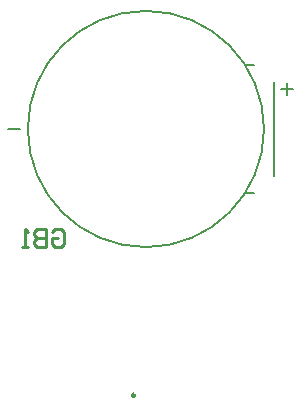
<source format=gbo>
G04*
G04 #@! TF.GenerationSoftware,Altium Limited,Altium Designer,24.6.1 (21)*
G04*
G04 Layer_Color=16776960*
%FSLAX44Y44*%
%MOMM*%
G71*
G04*
G04 #@! TF.SameCoordinates,A744CC96-CFCF-46C3-853B-476CA6812866*
G04*
G04*
G04 #@! TF.FilePolarity,Positive*
G04*
G01*
G75*
%ADD11C,0.2540*%
%ADD12C,0.1500*%
%ADD28C,0.1000*%
D11*
X-26500Y-189250D02*
G03*
X-26500Y-189250I-1250J0D01*
G01*
X-96632Y-51172D02*
X-94093Y-48632D01*
X-89015D01*
X-86476Y-51172D01*
Y-61328D01*
X-89015Y-63868D01*
X-94093D01*
X-96632Y-61328D01*
Y-56250D01*
X-91554D01*
X-101711Y-48632D02*
Y-63868D01*
X-109328D01*
X-111868Y-61328D01*
Y-58789D01*
X-109328Y-56250D01*
X-101711D01*
X-109328D01*
X-111868Y-53711D01*
Y-51172D01*
X-109328Y-48632D01*
X-101711D01*
X-116946Y-63868D02*
X-122024D01*
X-119485D01*
Y-48632D01*
X-116946Y-51172D01*
D12*
X-17250Y-63750D02*
G03*
X-17250Y136250I0J100000D01*
G01*
X-17251D02*
G03*
X-117253Y36249I0J-100001D01*
G01*
X-117249Y36250D02*
G03*
X-17250Y-63750I100000J-0D01*
G01*
X91250Y-3860D02*
Y76360D01*
X67000Y-18000D02*
X74360D01*
X67000Y90500D02*
X74360D01*
X-133930Y36250D02*
X-123930D01*
X97250Y70250D02*
X107250D01*
X102250Y65250D02*
Y75250D01*
D28*
Y70250D02*
X107250D01*
X102250D02*
Y75250D01*
M02*

</source>
